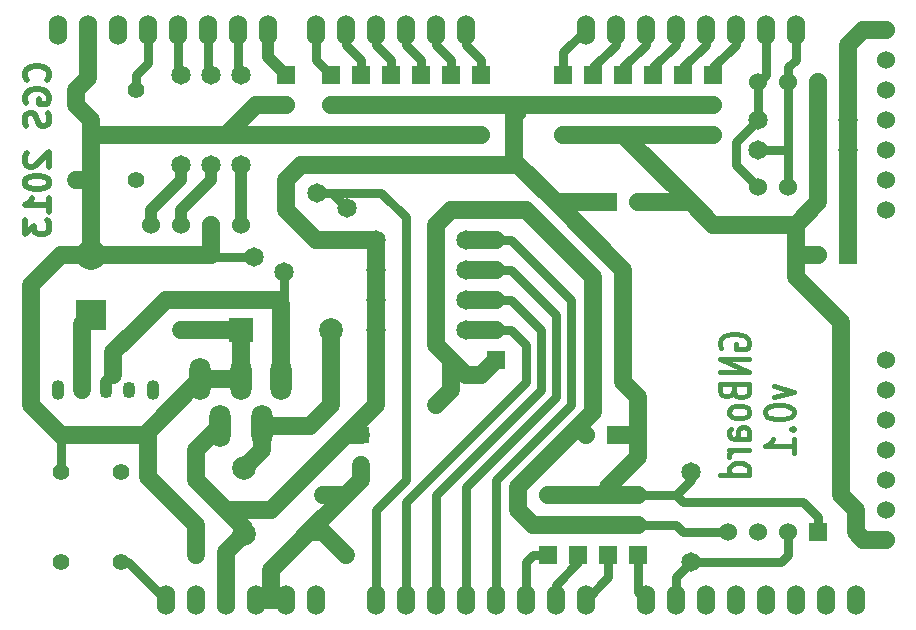
<source format=gbl>
G04 (created by PCBNEW (2013-mar-13)-testing) date jue 13 jun 2013 15:19:28 CEST*
%MOIN*%
G04 Gerber Fmt 3.4, Leading zero omitted, Abs format*
%FSLAX34Y34*%
G01*
G70*
G90*
G04 APERTURE LIST*
%ADD10C,0.003937*%
%ADD11C,0.019685*%
%ADD12C,0.015748*%
%ADD13O,0.060000X0.100000*%
%ADD14C,0.060000*%
%ADD15O,0.043307X0.055000*%
%ADD16O,0.043307X0.066929*%
%ADD17R,0.078740X0.078740*%
%ADD18C,0.078740*%
%ADD19R,0.055000X0.055000*%
%ADD20C,0.055000*%
%ADD21C,0.078700*%
%ADD22O,0.070500X0.141000*%
%ADD23R,0.100000X0.100000*%
%ADD24C,0.100000*%
%ADD25C,0.065000*%
%ADD26R,0.060000X0.060000*%
%ADD27C,0.059055*%
%ADD28C,0.059055*%
%ADD29C,0.031496*%
%ADD30C,0.039370*%
G04 APERTURE END LIST*
G54D10*
G54D11*
X51031Y-30175D02*
X51068Y-30137D01*
X51106Y-30025D01*
X51106Y-29950D01*
X51068Y-29837D01*
X50993Y-29762D01*
X50918Y-29725D01*
X50768Y-29687D01*
X50656Y-29687D01*
X50506Y-29725D01*
X50431Y-29762D01*
X50356Y-29837D01*
X50318Y-29950D01*
X50318Y-30025D01*
X50356Y-30137D01*
X50393Y-30175D01*
X50356Y-30925D02*
X50318Y-30850D01*
X50318Y-30737D01*
X50356Y-30625D01*
X50431Y-30550D01*
X50506Y-30512D01*
X50656Y-30475D01*
X50768Y-30475D01*
X50918Y-30512D01*
X50993Y-30550D01*
X51068Y-30625D01*
X51106Y-30737D01*
X51106Y-30812D01*
X51068Y-30925D01*
X51031Y-30962D01*
X50768Y-30962D01*
X50768Y-30812D01*
X51068Y-31262D02*
X51106Y-31375D01*
X51106Y-31562D01*
X51068Y-31637D01*
X51031Y-31675D01*
X50956Y-31712D01*
X50881Y-31712D01*
X50806Y-31675D01*
X50768Y-31637D01*
X50731Y-31562D01*
X50693Y-31412D01*
X50656Y-31337D01*
X50618Y-31300D01*
X50543Y-31262D01*
X50468Y-31262D01*
X50393Y-31300D01*
X50356Y-31337D01*
X50318Y-31412D01*
X50318Y-31600D01*
X50356Y-31712D01*
X50393Y-32612D02*
X50356Y-32649D01*
X50318Y-32724D01*
X50318Y-32912D01*
X50356Y-32987D01*
X50393Y-33024D01*
X50468Y-33062D01*
X50543Y-33062D01*
X50656Y-33024D01*
X51106Y-32574D01*
X51106Y-33062D01*
X50318Y-33549D02*
X50318Y-33624D01*
X50356Y-33699D01*
X50393Y-33737D01*
X50468Y-33774D01*
X50618Y-33812D01*
X50806Y-33812D01*
X50956Y-33774D01*
X51031Y-33737D01*
X51068Y-33699D01*
X51106Y-33624D01*
X51106Y-33549D01*
X51068Y-33474D01*
X51031Y-33437D01*
X50956Y-33399D01*
X50806Y-33362D01*
X50618Y-33362D01*
X50468Y-33399D01*
X50393Y-33437D01*
X50356Y-33474D01*
X50318Y-33549D01*
X51106Y-34562D02*
X51106Y-34112D01*
X51106Y-34337D02*
X50318Y-34337D01*
X50431Y-34262D01*
X50506Y-34187D01*
X50543Y-34112D01*
X50318Y-34824D02*
X50318Y-35312D01*
X50618Y-35049D01*
X50618Y-35162D01*
X50656Y-35237D01*
X50693Y-35274D01*
X50768Y-35312D01*
X50956Y-35312D01*
X51031Y-35274D01*
X51068Y-35237D01*
X51106Y-35162D01*
X51106Y-34937D01*
X51068Y-34862D01*
X51031Y-34824D01*
G54D12*
X75289Y-40375D02*
X75945Y-40562D01*
X75289Y-40750D01*
X74961Y-41200D02*
X74961Y-41275D01*
X75007Y-41350D01*
X75054Y-41387D01*
X75148Y-41425D01*
X75335Y-41462D01*
X75570Y-41462D01*
X75757Y-41425D01*
X75851Y-41387D01*
X75898Y-41350D01*
X75945Y-41275D01*
X75945Y-41200D01*
X75898Y-41125D01*
X75851Y-41087D01*
X75757Y-41050D01*
X75570Y-41012D01*
X75335Y-41012D01*
X75148Y-41050D01*
X75054Y-41087D01*
X75007Y-41125D01*
X74961Y-41200D01*
X75851Y-41799D02*
X75898Y-41837D01*
X75945Y-41799D01*
X75898Y-41762D01*
X75851Y-41799D01*
X75945Y-41799D01*
X75945Y-42587D02*
X75945Y-42137D01*
X75945Y-42362D02*
X74961Y-42362D01*
X75101Y-42287D01*
X75195Y-42212D01*
X75242Y-42137D01*
X73507Y-39087D02*
X73461Y-39012D01*
X73461Y-38900D01*
X73507Y-38787D01*
X73601Y-38712D01*
X73695Y-38675D01*
X73882Y-38637D01*
X74023Y-38637D01*
X74210Y-38675D01*
X74304Y-38712D01*
X74398Y-38787D01*
X74445Y-38900D01*
X74445Y-38975D01*
X74398Y-39087D01*
X74351Y-39125D01*
X74023Y-39125D01*
X74023Y-38975D01*
X74445Y-39462D02*
X73461Y-39462D01*
X74445Y-39912D01*
X73461Y-39912D01*
X73929Y-40550D02*
X73976Y-40662D01*
X74023Y-40700D01*
X74117Y-40737D01*
X74257Y-40737D01*
X74351Y-40700D01*
X74398Y-40662D01*
X74445Y-40587D01*
X74445Y-40287D01*
X73461Y-40287D01*
X73461Y-40550D01*
X73507Y-40625D01*
X73554Y-40662D01*
X73648Y-40700D01*
X73742Y-40700D01*
X73835Y-40662D01*
X73882Y-40625D01*
X73929Y-40550D01*
X73929Y-40287D01*
X74445Y-41187D02*
X74398Y-41112D01*
X74351Y-41074D01*
X74257Y-41037D01*
X73976Y-41037D01*
X73882Y-41074D01*
X73835Y-41112D01*
X73789Y-41187D01*
X73789Y-41299D01*
X73835Y-41374D01*
X73882Y-41412D01*
X73976Y-41449D01*
X74257Y-41449D01*
X74351Y-41412D01*
X74398Y-41374D01*
X74445Y-41299D01*
X74445Y-41187D01*
X74445Y-42124D02*
X73929Y-42124D01*
X73835Y-42087D01*
X73789Y-42012D01*
X73789Y-41862D01*
X73835Y-41787D01*
X74398Y-42124D02*
X74445Y-42049D01*
X74445Y-41862D01*
X74398Y-41787D01*
X74304Y-41749D01*
X74210Y-41749D01*
X74117Y-41787D01*
X74070Y-41862D01*
X74070Y-42049D01*
X74023Y-42124D01*
X74445Y-42499D02*
X73789Y-42499D01*
X73976Y-42499D02*
X73882Y-42537D01*
X73835Y-42574D01*
X73789Y-42649D01*
X73789Y-42724D01*
X74445Y-43324D02*
X73461Y-43324D01*
X74398Y-43324D02*
X74445Y-43249D01*
X74445Y-43099D01*
X74398Y-43024D01*
X74351Y-42987D01*
X74257Y-42949D01*
X73976Y-42949D01*
X73882Y-42987D01*
X73835Y-43024D01*
X73789Y-43099D01*
X73789Y-43249D01*
X73835Y-43324D01*
G54D13*
X69000Y-28500D03*
X70000Y-28500D03*
X71000Y-28500D03*
X72000Y-28500D03*
X73000Y-28500D03*
X74000Y-28500D03*
X75000Y-28500D03*
X76000Y-28500D03*
X78000Y-47500D03*
X77000Y-47500D03*
X76000Y-47500D03*
X75000Y-47500D03*
X71000Y-47500D03*
X69000Y-47500D03*
X68000Y-47500D03*
X72000Y-47500D03*
X73000Y-47500D03*
X74000Y-47500D03*
X67000Y-47500D03*
X66000Y-47500D03*
X65000Y-47500D03*
X62000Y-47500D03*
X63000Y-47500D03*
X64000Y-47500D03*
X60000Y-47500D03*
X59000Y-47500D03*
X58000Y-47500D03*
X56000Y-47500D03*
X55000Y-47500D03*
X65000Y-28500D03*
X64000Y-28500D03*
X63000Y-28500D03*
X62000Y-28500D03*
X61000Y-28500D03*
X60000Y-28500D03*
X58400Y-28500D03*
X57400Y-28500D03*
X56400Y-28500D03*
X55400Y-28500D03*
X54400Y-28500D03*
X53400Y-28500D03*
X52400Y-28500D03*
X51400Y-28500D03*
X57000Y-47500D03*
G54D14*
X79000Y-29500D03*
X79000Y-30500D03*
X79000Y-31500D03*
X79000Y-32500D03*
X79000Y-28500D03*
X79000Y-33500D03*
X79000Y-34500D03*
X79000Y-39500D03*
X79000Y-40500D03*
X79000Y-41500D03*
X79000Y-42500D03*
X79000Y-43500D03*
X79000Y-44500D03*
X79000Y-45500D03*
G54D15*
X52212Y-40500D03*
X53000Y-40500D03*
X53787Y-40500D03*
G54D16*
X54574Y-40500D03*
X51425Y-40500D03*
G54D17*
X57500Y-38500D03*
G54D18*
X60500Y-38500D03*
G54D19*
X61500Y-42000D03*
G54D20*
X61500Y-43000D03*
G54D19*
X55500Y-37500D03*
G54D20*
X55500Y-38500D03*
G54D21*
X57600Y-45300D03*
X57600Y-43100D03*
G54D22*
X58850Y-40150D03*
X58200Y-41700D03*
X57500Y-40150D03*
X56800Y-41700D03*
X56150Y-40150D03*
G54D14*
X57500Y-35000D03*
X55500Y-35000D03*
X54500Y-35000D03*
X56500Y-35000D03*
G54D23*
X52500Y-38000D03*
G54D24*
X52500Y-36000D03*
G54D25*
X58939Y-36560D03*
X61060Y-34439D03*
X57500Y-30000D03*
X57500Y-33000D03*
X56500Y-30000D03*
X56500Y-33000D03*
X55500Y-30000D03*
X55500Y-33000D03*
X60060Y-33939D03*
X57939Y-36060D03*
G54D26*
X66000Y-39500D03*
G54D14*
X66000Y-38500D03*
X66000Y-37500D03*
X66000Y-36500D03*
X66000Y-35500D03*
G54D25*
X65000Y-35500D03*
X62000Y-35500D03*
X65000Y-36500D03*
X62000Y-36500D03*
X65000Y-37500D03*
X62000Y-37500D03*
X65000Y-38500D03*
X62000Y-38500D03*
G54D26*
X67750Y-46000D03*
G54D14*
X67750Y-45000D03*
X67750Y-44000D03*
G54D26*
X68750Y-46000D03*
G54D14*
X68750Y-45000D03*
X68750Y-44000D03*
G54D26*
X59000Y-30000D03*
G54D14*
X59000Y-31000D03*
G54D20*
X52000Y-30500D03*
X54000Y-30500D03*
X52000Y-33500D03*
X54000Y-33500D03*
G54D26*
X60500Y-30000D03*
G54D14*
X60500Y-31000D03*
X60500Y-32000D03*
G54D26*
X61500Y-30000D03*
G54D14*
X61500Y-31000D03*
X61500Y-32000D03*
G54D26*
X62500Y-30000D03*
G54D14*
X62500Y-31000D03*
X62500Y-32000D03*
G54D26*
X63500Y-30000D03*
G54D14*
X63500Y-31000D03*
X63500Y-32000D03*
G54D26*
X64500Y-30000D03*
G54D14*
X64500Y-31000D03*
X64500Y-32000D03*
G54D26*
X65500Y-30000D03*
G54D14*
X65500Y-31000D03*
X65500Y-32000D03*
G54D26*
X69750Y-46000D03*
G54D14*
X69750Y-45000D03*
X69750Y-44000D03*
G54D26*
X70750Y-46000D03*
G54D14*
X70750Y-45000D03*
X70750Y-44000D03*
G54D26*
X77750Y-30250D03*
G54D14*
X76750Y-30250D03*
X75750Y-30250D03*
X74750Y-30250D03*
G54D25*
X77750Y-32500D03*
X74750Y-32500D03*
X77750Y-31500D03*
X74750Y-31500D03*
G54D26*
X77750Y-33750D03*
G54D14*
X76750Y-33750D03*
X75750Y-33750D03*
X74750Y-33750D03*
G54D20*
X51500Y-43250D03*
X53500Y-43250D03*
X51500Y-46250D03*
X53500Y-46250D03*
G54D26*
X76750Y-45250D03*
G54D14*
X75750Y-45250D03*
X74750Y-45250D03*
X73750Y-45250D03*
G54D25*
X72500Y-43250D03*
X72500Y-46250D03*
G54D26*
X68250Y-30000D03*
G54D14*
X68250Y-31000D03*
X68250Y-32000D03*
G54D26*
X69250Y-30000D03*
G54D14*
X69250Y-31000D03*
X69250Y-32000D03*
G54D26*
X70250Y-30000D03*
G54D14*
X70250Y-31000D03*
X70250Y-32000D03*
G54D26*
X71250Y-30000D03*
G54D14*
X71250Y-31000D03*
X71250Y-32000D03*
G54D26*
X72250Y-30000D03*
G54D14*
X72250Y-31000D03*
X72250Y-32000D03*
G54D26*
X73250Y-30000D03*
G54D14*
X73250Y-31000D03*
X73250Y-32000D03*
G54D26*
X77750Y-36000D03*
G54D14*
X76750Y-36000D03*
G54D26*
X69750Y-34250D03*
G54D14*
X70750Y-34250D03*
G54D26*
X70000Y-42000D03*
G54D14*
X69000Y-42000D03*
G54D27*
X64000Y-41000D03*
X61000Y-46000D03*
X56000Y-46000D03*
X60250Y-44000D03*
G54D28*
X70000Y-42000D02*
X70750Y-42000D01*
X69750Y-44000D02*
X69750Y-43750D01*
X70250Y-36500D02*
X68000Y-34250D01*
X70250Y-40250D02*
X70250Y-36500D01*
X70750Y-40750D02*
X70250Y-40250D01*
X70750Y-42750D02*
X70750Y-42000D01*
X70750Y-42000D02*
X70750Y-40750D01*
X69750Y-43750D02*
X70750Y-42750D01*
X69750Y-34250D02*
X68000Y-34250D01*
X77750Y-33750D02*
X77750Y-36000D01*
X72250Y-31000D02*
X73250Y-31000D01*
X71250Y-31000D02*
X72250Y-31000D01*
X70250Y-31000D02*
X71250Y-31000D01*
X69250Y-31000D02*
X70250Y-31000D01*
X66625Y-32875D02*
X66625Y-31000D01*
X66750Y-31250D02*
X66750Y-31000D01*
X66750Y-31125D02*
X66750Y-31250D01*
X66625Y-31000D02*
X66750Y-31125D01*
X68250Y-31000D02*
X69250Y-31000D01*
X68250Y-31000D02*
X66750Y-31000D01*
X66750Y-31000D02*
X66500Y-31000D01*
X66500Y-31000D02*
X65500Y-31000D01*
G54D29*
X76750Y-45250D02*
X76750Y-44750D01*
X72250Y-44250D02*
X72000Y-44000D01*
X76250Y-44250D02*
X72250Y-44250D01*
X76750Y-44750D02*
X76250Y-44250D01*
X72500Y-43250D02*
X72500Y-43500D01*
X72000Y-44000D02*
X70750Y-44000D01*
X72500Y-43500D02*
X72000Y-44000D01*
G54D28*
X77750Y-32500D02*
X77750Y-33750D01*
X77750Y-31500D02*
X77750Y-32500D01*
X77750Y-30250D02*
X77750Y-31500D01*
X79000Y-28500D02*
X78250Y-28500D01*
X77750Y-29000D02*
X77750Y-30250D01*
X78250Y-28500D02*
X77750Y-29000D01*
X66625Y-32875D02*
X68000Y-34250D01*
X69750Y-44000D02*
X70750Y-44000D01*
X68750Y-44000D02*
X69750Y-44000D01*
X67750Y-44000D02*
X68750Y-44000D01*
X62000Y-35500D02*
X60000Y-35500D01*
X66500Y-33000D02*
X66625Y-32875D01*
X59500Y-33000D02*
X66500Y-33000D01*
X59000Y-33500D02*
X59500Y-33000D01*
X62000Y-36500D02*
X62000Y-35500D01*
X62000Y-37500D02*
X62000Y-36500D01*
X62000Y-38500D02*
X62000Y-37500D01*
X65500Y-31000D02*
X64500Y-31000D01*
X64500Y-31000D02*
X63500Y-31000D01*
X63500Y-31000D02*
X62500Y-31000D01*
X62500Y-31000D02*
X61500Y-31000D01*
X60500Y-31000D02*
X61500Y-31000D01*
X62000Y-38500D02*
X62000Y-39000D01*
X62000Y-39000D02*
X62000Y-41000D01*
X62000Y-41000D02*
X61000Y-42000D01*
X61500Y-42000D02*
X61000Y-42000D01*
X58500Y-44500D02*
X57000Y-44500D01*
X61000Y-42000D02*
X58500Y-44500D01*
X57600Y-45300D02*
X57600Y-45100D01*
X56000Y-42500D02*
X56800Y-41700D01*
X56000Y-43500D02*
X56000Y-42500D01*
X57600Y-45100D02*
X57000Y-44500D01*
X57000Y-44500D02*
X56000Y-43500D01*
X57000Y-47500D02*
X57000Y-45900D01*
X57000Y-45900D02*
X57600Y-45300D01*
X59000Y-34500D02*
X59000Y-33500D01*
X60000Y-35500D02*
X59000Y-34500D01*
X53250Y-39249D02*
X53250Y-39999D01*
X53250Y-39249D02*
X54000Y-38500D01*
X55500Y-37500D02*
X55000Y-37500D01*
X55000Y-37500D02*
X54000Y-38500D01*
G54D30*
X53000Y-40250D02*
X53250Y-40000D01*
X53000Y-40250D02*
X53000Y-40500D01*
G54D28*
X53250Y-39999D02*
X53250Y-40000D01*
G54D29*
X58939Y-36560D02*
X58939Y-37560D01*
X58939Y-37560D02*
X58850Y-37650D01*
G54D28*
X55500Y-37500D02*
X58700Y-37500D01*
X58700Y-37500D02*
X58850Y-37650D01*
X58850Y-40150D02*
X58850Y-37850D01*
X58850Y-37850D02*
X58850Y-37650D01*
G54D29*
X60060Y-33939D02*
X62189Y-33939D01*
X62000Y-44500D02*
X62000Y-47500D01*
X63000Y-43500D02*
X62000Y-44500D01*
X63000Y-34750D02*
X63000Y-43500D01*
X62189Y-33939D02*
X63000Y-34750D01*
X60060Y-33939D02*
X60560Y-33939D01*
X60560Y-33939D02*
X61060Y-34439D01*
X54400Y-29600D02*
X54400Y-28500D01*
X54000Y-30000D02*
X54400Y-29600D01*
X54000Y-30500D02*
X54000Y-30000D01*
G54D30*
X58400Y-28500D02*
X58400Y-29400D01*
X58400Y-29400D02*
X59000Y-30000D01*
G54D29*
X68250Y-30000D02*
X68250Y-29250D01*
X68250Y-29250D02*
X69000Y-28500D01*
X69250Y-30000D02*
X69250Y-29750D01*
X70000Y-29000D02*
X70000Y-28500D01*
X69250Y-29750D02*
X70000Y-29000D01*
X70250Y-30000D02*
X70250Y-29750D01*
X71000Y-29000D02*
X71000Y-28500D01*
X70250Y-29750D02*
X71000Y-29000D01*
X71250Y-30000D02*
X71250Y-29750D01*
X72000Y-29000D02*
X72000Y-28500D01*
X71250Y-29750D02*
X72000Y-29000D01*
X72250Y-30000D02*
X72250Y-29750D01*
X73000Y-29000D02*
X73000Y-28500D01*
X72250Y-29750D02*
X73000Y-29000D01*
X73250Y-30000D02*
X73250Y-29750D01*
X74000Y-29000D02*
X74000Y-28500D01*
X73250Y-29750D02*
X74000Y-29000D01*
X72500Y-46250D02*
X72000Y-46750D01*
X72000Y-46750D02*
X72000Y-47500D01*
X75750Y-45250D02*
X75750Y-46000D01*
X75500Y-46250D02*
X72500Y-46250D01*
X75750Y-46000D02*
X75500Y-46250D01*
G54D28*
X70750Y-34250D02*
X72500Y-34250D01*
X69000Y-42000D02*
X68750Y-41750D01*
X76000Y-36000D02*
X76750Y-36000D01*
X76000Y-35000D02*
X76000Y-36000D01*
X76000Y-36000D02*
X76000Y-36750D01*
X78250Y-45500D02*
X79000Y-45500D01*
X78000Y-45250D02*
X78250Y-45500D01*
X78000Y-44500D02*
X78000Y-45250D01*
X77500Y-44000D02*
X78000Y-44500D01*
X77500Y-38250D02*
X77500Y-44000D01*
X76000Y-36750D02*
X77500Y-38250D01*
X76750Y-33750D02*
X76750Y-34250D01*
X73250Y-35000D02*
X72500Y-34250D01*
X72500Y-34250D02*
X70250Y-32000D01*
X76000Y-35000D02*
X73250Y-35000D01*
X76750Y-34250D02*
X76000Y-35000D01*
X72250Y-32000D02*
X73250Y-32000D01*
X71250Y-32000D02*
X72250Y-32000D01*
X70250Y-32000D02*
X71250Y-32000D01*
X69250Y-32000D02*
X70250Y-32000D01*
X68250Y-32000D02*
X69250Y-32000D01*
G54D29*
X73750Y-45250D02*
X72250Y-45250D01*
X72000Y-45000D02*
X70750Y-45000D01*
X72250Y-45250D02*
X72000Y-45000D01*
X51500Y-43250D02*
X51500Y-42000D01*
G54D28*
X76750Y-30250D02*
X76750Y-33750D01*
X69750Y-45000D02*
X70750Y-45000D01*
X68750Y-45000D02*
X69750Y-45000D01*
X67750Y-45000D02*
X68750Y-45000D01*
X67750Y-42750D02*
X66750Y-43750D01*
X67000Y-34500D02*
X69250Y-36750D01*
X69250Y-36750D02*
X69250Y-41250D01*
X69250Y-41250D02*
X68750Y-41750D01*
X68750Y-41750D02*
X67750Y-42750D01*
X64500Y-39500D02*
X64000Y-39000D01*
X64000Y-39000D02*
X64000Y-35000D01*
X64000Y-35000D02*
X64500Y-34500D01*
X64500Y-34500D02*
X67000Y-34500D01*
X67250Y-45000D02*
X67750Y-45000D01*
X66750Y-44500D02*
X67250Y-45000D01*
X66750Y-43750D02*
X66750Y-44500D01*
G54D29*
X57939Y-36060D02*
X56560Y-36060D01*
X56560Y-36060D02*
X56500Y-36000D01*
G54D28*
X60500Y-32000D02*
X59000Y-32000D01*
X59000Y-32000D02*
X57000Y-32000D01*
X64500Y-32000D02*
X65500Y-32000D01*
X63500Y-32000D02*
X64500Y-32000D01*
X62500Y-32000D02*
X63500Y-32000D01*
X61500Y-32000D02*
X62500Y-32000D01*
X60500Y-32000D02*
X61500Y-32000D01*
X59000Y-31000D02*
X58000Y-31000D01*
X58000Y-31000D02*
X57000Y-32000D01*
X57000Y-32000D02*
X52500Y-32000D01*
X59750Y-45250D02*
X60250Y-45250D01*
X64500Y-40500D02*
X64500Y-39500D01*
X64000Y-41000D02*
X64500Y-40500D01*
X60250Y-45250D02*
X61000Y-46000D01*
X61000Y-44000D02*
X60250Y-44000D01*
X54400Y-43400D02*
X54400Y-41900D01*
X56000Y-45000D02*
X54400Y-43400D01*
X56000Y-46000D02*
X56000Y-45000D01*
X52000Y-33500D02*
X52500Y-33500D01*
X52000Y-30500D02*
X52000Y-31000D01*
X52500Y-31500D02*
X52500Y-32000D01*
X52500Y-32000D02*
X52500Y-33500D01*
X52500Y-33500D02*
X52500Y-36000D01*
X52000Y-31000D02*
X52500Y-31500D01*
X52400Y-28500D02*
X52400Y-30100D01*
X52400Y-30100D02*
X52000Y-30500D01*
X65000Y-40000D02*
X64500Y-39500D01*
X65000Y-40000D02*
X65500Y-40000D01*
X65500Y-40000D02*
X66000Y-39500D01*
X61500Y-43000D02*
X61500Y-43500D01*
X61500Y-43500D02*
X61000Y-44000D01*
X61000Y-44000D02*
X60500Y-44500D01*
X60500Y-44500D02*
X59750Y-45250D01*
X59750Y-45250D02*
X59500Y-45500D01*
X58500Y-46500D02*
X59500Y-45500D01*
X56500Y-35000D02*
X56500Y-36000D01*
X52500Y-36000D02*
X56500Y-36000D01*
X52500Y-36000D02*
X51500Y-36000D01*
X51500Y-36000D02*
X50500Y-37000D01*
X50500Y-37000D02*
X50500Y-41000D01*
X50500Y-41000D02*
X51500Y-42000D01*
X51500Y-42000D02*
X54300Y-42000D01*
X54300Y-42000D02*
X54400Y-41900D01*
X54400Y-41900D02*
X56150Y-40150D01*
X55500Y-38500D02*
X57500Y-38500D01*
X58500Y-46500D02*
X58500Y-47500D01*
X57500Y-40150D02*
X57500Y-39000D01*
X57500Y-39000D02*
X57500Y-38500D01*
X58000Y-47500D02*
X58500Y-47500D01*
X58500Y-47500D02*
X59000Y-47500D01*
X57500Y-40150D02*
X57000Y-40150D01*
X57000Y-40150D02*
X56150Y-40150D01*
G54D29*
X74750Y-32500D02*
X75750Y-32500D01*
X75750Y-31750D02*
X75750Y-32500D01*
X75750Y-32500D02*
X75750Y-33750D01*
X75750Y-31750D02*
X75750Y-30250D01*
X76000Y-28500D02*
X76000Y-29500D01*
X75750Y-29750D02*
X75750Y-30250D01*
X76000Y-29500D02*
X75750Y-29750D01*
X74750Y-31500D02*
X74000Y-32250D01*
X74000Y-33000D02*
X74750Y-33750D01*
X74000Y-32250D02*
X74000Y-33000D01*
X74750Y-30250D02*
X74750Y-31500D01*
X75000Y-28500D02*
X75000Y-30000D01*
X75000Y-30000D02*
X74750Y-30250D01*
X63000Y-47500D02*
X63000Y-44250D01*
X66500Y-38500D02*
X66000Y-38500D01*
X67000Y-39000D02*
X66500Y-38500D01*
X67000Y-40250D02*
X67000Y-39000D01*
X63000Y-44250D02*
X67000Y-40250D01*
G54D28*
X65000Y-38500D02*
X66000Y-38500D01*
G54D29*
X66000Y-37500D02*
X66500Y-37500D01*
X64000Y-44000D02*
X64000Y-47500D01*
X67500Y-40500D02*
X64000Y-44000D01*
X67500Y-38500D02*
X67500Y-40500D01*
X66500Y-37500D02*
X67500Y-38500D01*
G54D28*
X65000Y-37500D02*
X66000Y-37500D01*
G54D29*
X65000Y-47500D02*
X65000Y-43750D01*
X66500Y-36500D02*
X66000Y-36500D01*
X68000Y-38000D02*
X66500Y-36500D01*
X68000Y-40750D02*
X68000Y-38000D01*
X65000Y-43750D02*
X68000Y-40750D01*
G54D28*
X65000Y-36500D02*
X66000Y-36500D01*
G54D29*
X66000Y-35500D02*
X66500Y-35500D01*
X66000Y-43500D02*
X66000Y-47500D01*
X68500Y-41000D02*
X66000Y-43500D01*
X68500Y-37500D02*
X68500Y-41000D01*
X66500Y-35500D02*
X68500Y-37500D01*
G54D28*
X65000Y-35500D02*
X66000Y-35500D01*
G54D29*
X55400Y-28500D02*
X55400Y-29900D01*
X55400Y-29900D02*
X55500Y-30000D01*
X56400Y-28500D02*
X56400Y-29900D01*
X56400Y-29900D02*
X56500Y-30000D01*
X57400Y-28500D02*
X57400Y-29900D01*
X57400Y-29900D02*
X57500Y-30000D01*
G54D30*
X55500Y-33000D02*
X55500Y-33500D01*
X54500Y-34500D02*
X54500Y-35000D01*
X55500Y-33500D02*
X54500Y-34500D01*
X57500Y-33000D02*
X57500Y-35000D01*
G54D28*
X52212Y-40500D02*
X52212Y-38287D01*
X52212Y-38287D02*
X52500Y-38000D01*
X60500Y-38500D02*
X60500Y-41000D01*
X59800Y-41700D02*
X58200Y-41700D01*
X60500Y-41000D02*
X59800Y-41700D01*
X58200Y-41700D02*
X58200Y-42500D01*
X58200Y-42500D02*
X57600Y-43100D01*
G54D30*
X56500Y-33000D02*
X56500Y-33500D01*
X55500Y-34500D02*
X55500Y-35000D01*
X56500Y-33500D02*
X55500Y-34500D01*
G54D29*
X53500Y-46250D02*
X53750Y-46250D01*
X53750Y-46250D02*
X55000Y-47500D01*
X60000Y-28500D02*
X60000Y-29500D01*
X60000Y-29500D02*
X60500Y-30000D01*
X61000Y-28500D02*
X61000Y-29000D01*
X61500Y-29500D02*
X61500Y-30000D01*
X61000Y-29000D02*
X61500Y-29500D01*
X62000Y-28500D02*
X62000Y-29000D01*
X62500Y-29500D02*
X62500Y-30000D01*
X62000Y-29000D02*
X62500Y-29500D01*
X63000Y-28500D02*
X63000Y-29000D01*
X63500Y-29500D02*
X63500Y-30000D01*
X63000Y-29000D02*
X63500Y-29500D01*
X64000Y-28500D02*
X64000Y-29000D01*
X64500Y-29500D02*
X64500Y-30000D01*
X64000Y-29000D02*
X64500Y-29500D01*
X65000Y-28500D02*
X65000Y-29000D01*
X65500Y-29500D02*
X65500Y-30000D01*
X65000Y-29000D02*
X65500Y-29500D01*
X67750Y-46000D02*
X67250Y-46000D01*
X67000Y-46250D02*
X67000Y-47500D01*
X67250Y-46000D02*
X67000Y-46250D01*
X68750Y-46000D02*
X68750Y-46250D01*
X68000Y-47000D02*
X68000Y-47500D01*
X68750Y-46250D02*
X68000Y-47000D01*
X69750Y-46000D02*
X69750Y-46750D01*
X69750Y-46750D02*
X69000Y-47500D01*
X70750Y-46000D02*
X70750Y-47250D01*
X70750Y-47250D02*
X71000Y-47500D01*
M02*

</source>
